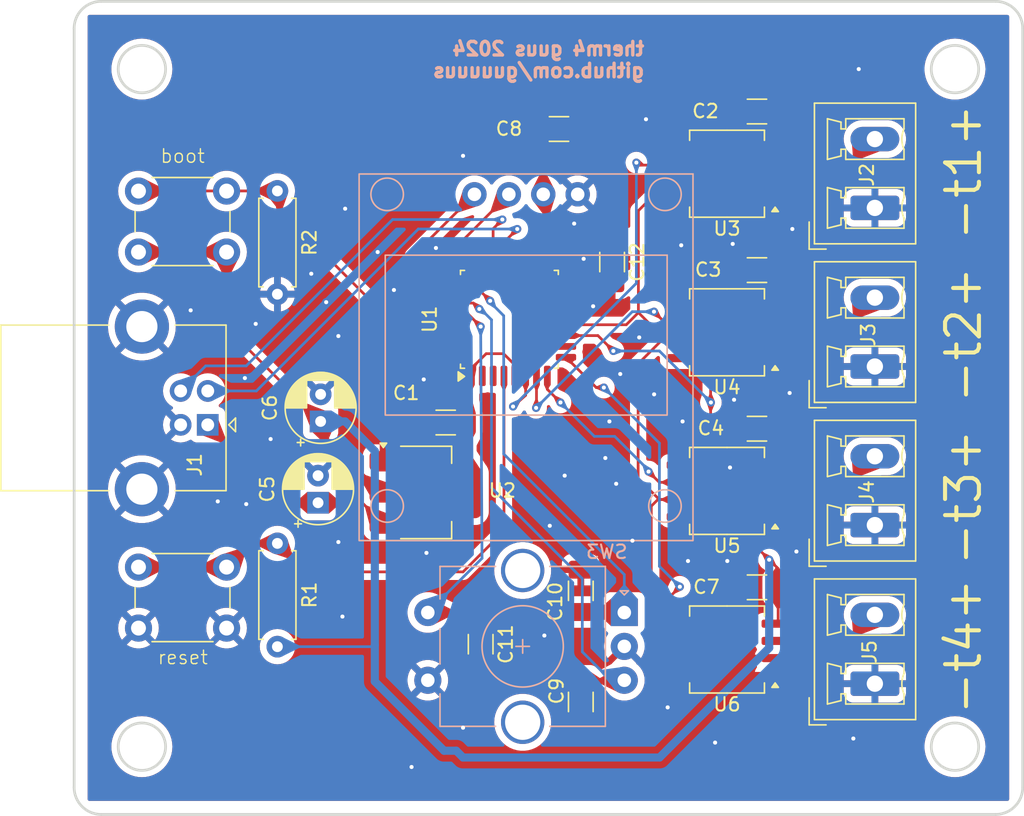
<source format=kicad_pcb>
(kicad_pcb (version 20221018) (generator pcbnew)
  (layers (0 "F.Cu" signal) (31 "B.Cu" signal) (34 "B.Paste" user) (35 "F.Paste" user) (36 "B.SilkS" user "B.Silkscreen") (37 "F.SilkS" user "F.Silkscreen") (38 "B.Mask" user) (39 "F.Mask" user) (44 "Edge.Cuts" user))
  (net 0 "")
  (net 1 "+3.3V")
  (net 2 "GND")
  (net 3 "+5V")
  (net 4 "usbm")
  (net 5 "usbp")
  (net 6 "Net-(J2-Pin_2)")
  (net 7 "Net-(J3-Pin_2)")
  (net 8 "Net-(J4-Pin_2)")
  (net 9 "Net-(J5-Pin_2)")
  (net 10 "rst")
  (net 11 "boot")
  (net 14 "cs1")
  (net 15 "cs2")
  (net 16 "cs3")
  (net 17 "cs4")
  (net 19 "sck")
  (net 20 "miso")
  (net 30 "scl")
  (net 31 "sda")
  (net 36 "rotA")
  (net 37 "rotb")
  (net 38 "rotsw")
  (footprint "Capacitor_SMD:C_1206_3216Metric_Pad1.33x1.80mm_HandSolder" (layer "F.Cu") (at 145.39 48.13 180)
    (fp_text reference "C2" (at 3.8 0.03) (layer "F.SilkS"))
    (fp_text value "C")
    (pad "1" smd roundrect (at -1.5625 0 180) (size 1.325 1.8) (layers "F.Cu" "F.Paste" "F.Mask") (roundrect_rratio 0.1886792453) (net 1 "+3.3V"))
    (pad "2" smd roundrect (at 1.5625 0 180) (size 1.325 1.8) (layers "F.Cu" "F.Paste" "F.Mask") (roundrect_rratio 0.1886792453) (net 2 "GND"))
  )
  (footprint "Package_SO:SO-8_5.3x6.2mm_P1.27mm" (layer "F.Cu") (at 143.18 87.83 180)
    (fp_text reference "U6" (at 0 -4.05) (layer "F.SilkS"))
    (fp_text value "~")
    (pad "1" smd roundrect (at -3.5 -1.905 180) (size 1.9 0.6) (layers "F.Cu" "F.Paste" "F.Mask") (net 2 "GND"))
    (pad "2" smd roundrect (at -3.5 -0.635 180) (size 1.9 0.6) (layers "F.Cu" "F.Paste" "F.Mask") (net 2 "GND"))
    (pad "3" smd roundrect (at -3.5 0.635 180) (size 1.9 0.6) (layers "F.Cu" "F.Paste" "F.Mask") (net 9 "Net-(J5-Pin_2)"))
    (pad "4" smd roundrect (at -3.5 1.905 180) (size 1.9 0.6) (layers "F.Cu" "F.Paste" "F.Mask") (net 1 "+3.3V"))
    (pad "5" smd roundrect (at 3.5 1.905 180) (size 1.9 0.6) (layers "F.Cu" "F.Paste" "F.Mask") (net 19 "sck"))
    (pad "6" smd roundrect (at 3.5 0.635 180) (size 1.9 0.6) (layers "F.Cu" "F.Paste" "F.Mask") (net 17 "cs4"))
    (pad "7" smd roundrect (at 3.5 -0.635 180) (size 1.9 0.6) (layers "F.Cu" "F.Paste" "F.Mask") (net 20 "miso"))
    (pad "8" smd roundrect (at 3.5 -1.905 180) (size 1.9 0.6) (layers "F.Cu" "F.Paste" "F.Mask"))
  )
  (footprint "Capacitor_SMD:C_1206_3216Metric_Pad1.33x1.80mm_HandSolder" (layer "F.Cu") (at 132.39 83.5 90)
    (fp_text reference "C10" (at -0.8 -1.89 90) (layer "F.SilkS"))
    (fp_text value "C")
    (pad "1" smd roundrect (at -1.5625 0 90) (size 1.325 1.8) (layers "F.Cu" "F.Paste" "F.Mask") (roundrect_rratio 0.1886792453) (net 36 "rotA"))
    (pad "2" smd roundrect (at 1.5625 0 90) (size 1.325 1.8) (layers "F.Cu" "F.Paste" "F.Mask") (roundrect_rratio 0.1886792453) (net 2 "GND"))
  )
  (footprint "custom_oud:usb_b_lumberg_ali" (layer "F.Cu") (at 104.85 71.25 180)
    (fp_text reference "J1" (at 0.95 -2.95 90 unlocked) (layer "F.SilkS"))
    (fp_text value "USB_B")
    (pad "1" thru_hole rect (at -0.01 0 270) (size 1.6 1.6) (drill 0.95) (layers "*.Cu" "*.Mask") (net 3 "+5V"))
    (pad "2" thru_hole circle (at -0.01 2.5 270) (size 1.6 1.6) (drill 0.95) (layers "*.Cu" "*.Mask") (net 4 "usbm"))
    (pad "3" thru_hole circle (at 1.99 2.5 270) (size 1.6 1.6) (drill 0.95) (layers "*.Cu" "*.Mask") (net 5 "usbp"))
    (pad "4" thru_hole circle (at 1.99 0 270) (size 1.6 1.6) (drill 0.95) (layers "*.Cu" "*.Mask") (net 2 "GND"))
    (pad "5" thru_hole circle (at 4.85 -4.75 270) (size 4 4) (drill 2.3) (layers "*.Cu" "*.Mask") (net 2 "GND"))
    (pad "5" thru_hole circle (at 4.85 7.25 270) (size 4 4) (drill 2.3) (layers "*.Cu" "*.Mask") (net 2 "GND"))
  )
  (footprint "Package_SO:SO-8_5.3x6.2mm_P1.27mm" (layer "F.Cu") (at 143.18 64.423333 180)
    (fp_text reference "U4" (at 0 -4.05) (layer "F.SilkS"))
    (fp_text value "~")
    (pad "1" smd roundrect (at -3.5 -1.905 180) (size 1.9 0.6) (layers "F.Cu" "F.Paste" "F.Mask") (net 2 "GND"))
    (pad "2" smd roundrect (at -3.5 -0.635 180) (size 1.9 0.6) (layers "F.Cu" "F.Paste" "F.Mask") (net 2 "GND"))
    (pad "3" smd roundrect (at -3.5 0.635 180) (size 1.9 0.6) (layers "F.Cu" "F.Paste" "F.Mask") (net 7 "Net-(J3-Pin_2)"))
    (pad "4" smd roundrect (at -3.5 1.905 180) (size 1.9 0.6) (layers "F.Cu" "F.Paste" "F.Mask") (net 1 "+3.3V"))
    (pad "5" smd roundrect (at 3.5 1.905 180) (size 1.9 0.6) (layers "F.Cu" "F.Paste" "F.Mask") (net 19 "sck"))
    (pad "6" smd roundrect (at 3.5 0.635 180) (size 1.9 0.6) (layers "F.Cu" "F.Paste" "F.Mask") (net 15 "cs2"))
    (pad "7" smd roundrect (at 3.5 -0.635 180) (size 1.9 0.6) (layers "F.Cu" "F.Paste" "F.Mask") (net 20 "miso"))
    (pad "8" smd roundrect (at 3.5 -1.905 180) (size 1.9 0.6) (layers "F.Cu" "F.Paste" "F.Mask"))
  )
  (footprint "Capacitor_THT:CP_Radial_D5.0mm_P2.00mm" (layer "F.Cu") (at 113 77 90)
    (fp_text reference "C5" (at 1 -3.75 90) (layer "F.SilkS"))
    (fp_text value "C_Polarized")
    (pad "1" thru_hole rect (at 0 0 90) (size 1.6 1.6) (drill 0.8) (layers "*.Cu" "*.Mask") (net 3 "+5V"))
    (pad "2" thru_hole circle (at 2 0 90) (size 1.6 1.6) (drill 0.8) (layers "*.Cu" "*.Mask") (net 2 "GND"))
  )
  (footprint "Connector_Phoenix_MC_HighVoltage:PhoenixContact_MCV_1,5_2-G-5.08_1x02_P5.08mm_Vertical" (layer "F.Cu") (at 154.09 90.3525 90)
    (fp_text reference "J5" (at 2.3525 -0.39 90) (layer "F.SilkS"))
    (fp_text value "Conn_01x02_Pin")
    (pad "1" thru_hole roundrect (at 0 0 90) (size 1.8 3.6) (drill 1.2) (layers "*.Cu" "*.Mask") (roundrect_rratio 0.1388888889) (net 2 "GND"))
    (pad "2" thru_hole oval (at 5.08 0 90) (size 1.8 3.6) (drill 1.2) (layers "*.Cu" "*.Mask") (net 9 "Net-(J5-Pin_2)"))
  )
  (footprint "Button_Switch_THT:SW_PUSH_6mm" (layer "F.Cu") (at 99.75 81.75)
    (fp_text reference "SW1")
    (fp_text value "SW_Push")
    (pad "1" thru_hole circle (at 0 0 90) (size 2 2) (drill 1.1) (layers "*.Cu" "*.Mask") (net 10 "rst"))
    (pad "1" thru_hole circle (at 6.5 0 90) (size 2 2) (drill 1.1) (layers "*.Cu" "*.Mask") (net 10 "rst"))
    (pad "2" thru_hole circle (at 0 4.5 90) (size 2 2) (drill 1.1) (layers "*.Cu" "*.Mask") (net 2 "GND"))
    (pad "2" thru_hole circle (at 6.5 4.5 90) (size 2 2) (drill 1.1) (layers "*.Cu" "*.Mask") (net 2 "GND"))
  )
  (footprint "Capacitor_SMD:C_1206_3216Metric_Pad1.33x1.80mm_HandSolder" (layer "F.Cu") (at 134.7 59.2375 -90)
    (fp_text reference "C12" (at 0 -1.85 90) (layer "F.SilkS"))
    (fp_text value "C")
    (pad "1" smd roundrect (at -1.5625 0 270) (size 1.325 1.8) (layers "F.Cu" "F.Paste" "F.Mask") (roundrect_rratio 0.1886792453) (net 1 "+3.3V"))
    (pad "2" smd roundrect (at 1.5625 0 270) (size 1.325 1.8) (layers "F.Cu" "F.Paste" "F.Mask") (roundrect_rratio 0.1886792453) (net 2 "GND"))
  )
  (footprint "Capacitor_SMD:C_1206_3216Metric_Pad1.33x1.80mm_HandSolder" (layer "F.Cu") (at 145.39 71.536666 180)
    (fp_text reference "C4" (at 3.4 0.036666) (layer "F.SilkS"))
    (fp_text value "C")
    (pad "1" smd roundrect (at -1.5625 0 180) (size 1.325 1.8) (layers "F.Cu" "F.Paste" "F.Mask") (roundrect_rratio 0.1886792453) (net 1 "+3.3V"))
    (pad "2" smd roundrect (at 1.5625 0 180) (size 1.325 1.8) (layers "F.Cu" "F.Paste" "F.Mask") (roundrect_rratio 0.1886792453) (net 2 "GND"))
  )
  (footprint "Capacitor_SMD:C_1206_3216Metric_Pad1.33x1.80mm_HandSolder" (layer "F.Cu") (at 145.39 59.833333 180)
    (fp_text reference "C3" (at 3.6 0.033333) (layer "F.SilkS"))
    (fp_text value "C")
    (pad "1" smd roundrect (at -1.5625 0 180) (size 1.325 1.8) (layers "F.Cu" "F.Paste" "F.Mask") (roundrect_rratio 0.1886792453) (net 1 "+3.3V"))
    (pad "2" smd roundrect (at 1.5625 0 180) (size 1.325 1.8) (layers "F.Cu" "F.Paste" "F.Mask") (roundrect_rratio 0.1886792453) (net 2 "GND"))
  )
  (footprint "Capacitor_THT:CP_Radial_D5.0mm_P2.00mm" (layer "F.Cu") (at 113.19 71 90)
    (fp_text reference "C6" (at 1 -3.75 90) (layer "F.SilkS"))
    (fp_text value "C_Polarized")
    (pad "1" thru_hole rect (at 0 0 90) (size 1.6 1.6) (drill 0.8) (layers "*.Cu" "*.Mask") (net 1 "+3.3V"))
    (pad "2" thru_hole circle (at 2 0 90) (size 1.6 1.6) (drill 0.8) (layers "*.Cu" "*.Mask") (net 2 "GND"))
  )
  (footprint "Resistor_THT:R_Axial_DIN0207_L6.3mm_D2.5mm_P7.62mm_Horizontal" (layer "F.Cu") (at 110 80 -90)
    (fp_text reference "R1" (at 3.81 -2.37 90) (layer "F.SilkS"))
    (fp_text value "R")
    (pad "1" thru_hole circle (at 0 0 270) (size 1.6 1.6) (drill 0.8) (layers "*.Cu" "*.Mask") (net 10 "rst"))
    (pad "2" thru_hole oval (at 7.62 0 270) (size 1.6 1.6) (drill 0.8) (layers "*.Cu" "*.Mask") (net 1 "+3.3V"))
  )
  (footprint "Capacitor_SMD:C_1206_3216Metric_Pad1.33x1.80mm_HandSolder" (layer "F.Cu") (at 145.39 83.24 180)
    (fp_text reference "C7" (at 3.73 0.03) (layer "F.SilkS"))
    (fp_text value "C")
    (pad "1" smd roundrect (at -1.5625 0 180) (size 1.325 1.8) (layers "F.Cu" "F.Paste" "F.Mask") (roundrect_rratio 0.1886792453) (net 1 "+3.3V"))
    (pad "2" smd roundrect (at 1.5625 0 180) (size 1.325 1.8) (layers "F.Cu" "F.Paste" "F.Mask") (roundrect_rratio 0.1886792453) (net 2 "GND"))
  )
  (footprint "Capacitor_SMD:C_1206_3216Metric_Pad1.33x1.80mm_HandSolder" (layer "F.Cu") (at 130.78 49.42)
    (fp_text reference "C8" (at -3.69 -0.02) (layer "F.SilkS"))
    (fp_text value "C")
    (pad "1" smd roundrect (at -1.5625 0) (size 1.325 1.8) (layers "F.Cu" "F.Paste" "F.Mask") (roundrect_rratio 0.1886792453) (net 1 "+3.3V"))
    (pad "2" smd roundrect (at 1.5625 0) (size 1.325 1.8) (layers "F.Cu" "F.Paste" "F.Mask") (roundrect_rratio 0.1886792453) (net 2 "GND"))
  )
  (footprint "Package_QFP:LQFP-32_7x7mm_P0.8mm" (layer "F.Cu") (at 127.12 63.465 90)
    (fp_text reference "U1" (at 0 -5.88 90) (layer "F.SilkS"))
    (fp_text value "~")
    (pad "1" smd roundrect (at -4.175 -2.8 90) (size 1.5 0.5) (layers "F.Cu" "F.Paste" "F.Mask") (net 1 "+3.3V"))
    (pad "2" smd roundrect (at -4.175 -2 90) (size 1.5 0.5) (layers "F.Cu" "F.Paste" "F.Mask"))
    (pad "3" smd roundrect (at -4.175 -1.2 90) (size 1.5 0.5) (layers "F.Cu" "F.Paste" "F.Mask"))
    (pad "4" smd roundrect (at -4.175 -0.4 90) (size 1.5 0.5) (layers "F.Cu" "F.Paste" "F.Mask") (net 10 "rst"))
    (pad "5" smd roundrect (at -4.175 0.4 90) (size 1.5 0.5) (layers "F.Cu" "F.Paste" "F.Mask") (net 1 "+3.3V"))
    (pad "6" smd roundrect (at -4.175 1.2 90) (size 1.5 0.5) (layers "F.Cu" "F.Paste" "F.Mask") (net 14 "cs1"))
    (pad "7" smd roundrect (at -4.175 2 90) (size 1.5 0.5) (layers "F.Cu" "F.Paste" "F.Mask") (net 15 "cs2"))
    (pad "8" smd roundrect (at -4.175 2.8 90) (size 1.5 0.5) (layers "F.Cu" "F.Paste" "F.Mask") (net 16 "cs3"))
    (pad "9" smd roundrect (at -2.8 4.175 90) (size 0.5 1.5) (layers "F.Cu" "F.Paste" "F.Mask") (net 17 "cs4"))
    (pad "10" smd roundrect (at -2 4.175 90) (size 0.5 1.5) (layers "F.Cu" "F.Paste" "F.Mask"))
    (pad "11" smd roundrect (at -1.2 4.175 90) (size 0.5 1.5) (layers "F.Cu" "F.Paste" "F.Mask") (net 19 "sck"))
    (pad "12" smd roundrect (at -0.4 4.175 90) (size 0.5 1.5) (layers "F.Cu" "F.Paste" "F.Mask") (net 20 "miso"))
    (pad "13" smd roundrect (at 0.4 4.175 90) (size 0.5 1.5) (layers "F.Cu" "F.Paste" "F.Mask"))
    (pad "14" smd roundrect (at 1.2 4.175 90) (size 0.5 1.5) (layers "F.Cu" "F.Paste" "F.Mask"))
    (pad "15" smd roundrect (at 2 4.175 90) (size 0.5 1.5) (layers "F.Cu" "F.Paste" "F.Mask"))
    (pad "16" smd roundrect (at 2.8 4.175 90) (size 0.5 1.5) (layers "F.Cu" "F.Paste" "F.Mask") (net 2 "GND"))
    (pad "17" smd roundrect (at 4.175 2.8 90) (size 1.5 0.5) (layers "F.Cu" "F.Paste" "F.Mask") (net 1 "+3.3V"))
    (pad "18" smd roundrect (at 4.175 2 90) (size 1.5 0.5) (layers "F.Cu" "F.Paste" "F.Mask"))
    (pad "19" smd roundrect (at 4.175 1.2 90) (size 1.5 0.5) (layers "F.Cu" "F.Paste" "F.Mask"))
    (pad "20" smd roundrect (at 4.175 0.4 90) (size 1.5 0.5) (layers "F.Cu" "F.Paste" "F.Mask"))
    (pad "21" smd roundrect (at 4.175 -0.4 90) (size 1.5 0.5) (layers "F.Cu" "F.Paste" "F.Mask") (net 4 "usbm"))
    (pad "22" smd roundrect (at 4.175 -1.2 90) (size 1.5 0.5) (layers "F.Cu" "F.Paste" "F.Mask") (net 5 "usbp"))
    (pad "23" smd roundrect (at 4.175 -2 90) (size 1.5 0.5) (layers "F.Cu" "F.Paste" "F.Mask"))
    (pad "24" smd roundrect (at 4.175 -2.8 90) (size 1.5 0.5) (layers "F.Cu" "F.Paste" "F.Mask"))
    (pad "25" smd roundrect (at 2.8 -4.175 90) (size 0.5 1.5) (layers "F.Cu" "F.Paste" "F.Mask"))
    (pad "26" smd roundrect (at 2 -4.175 90) (size 0.5 1.5) (layers "F.Cu" "F.Paste" "F.Mask") (net 36 "rotA"))
    (pad "27" smd roundrect (at 1.2 -4.175 90) (size 0.5 1.5) (layers "F.Cu" "F.Paste" "F.Mask") (net 37 "rotb"))
    (pad "28" smd roundrect (at 0.4 -4.175 90) (size 0.5 1.5) (layers "F.Cu" "F.Paste" "F.Mask") (net 38 "rotsw"))
    (pad "29" smd roundrect (at -0.4 -4.175 90) (size 0.5 1.5) (layers "F.Cu" "F.Paste" "F.Mask") (net 30 "scl"))
    (pad "30" smd roundrect (at -1.2 -4.175 90) (size 0.5 1.5) (layers "F.Cu" "F.Paste" "F.Mask") (net 31 "sda"))
    (pad "31" smd roundrect (at -2 -4.175 90) (size 0.5 1.5) (layers "F.Cu" "F.Paste" "F.Mask") (net 11 "boot"))
    (pad "32" smd roundrect (at -2.8 -4.175 90) (size 0.5 1.5) (layers "F.Cu" "F.Paste" "F.Mask") (net 2 "GND"))
  )
  (footprint "Package_TO_SOT_SMD:SOT-223-3_TabPin2" (layer "F.Cu") (at 120.95 76.24)
    (fp_text reference "U2" (at 5.65 -0.14) (layer "F.SilkS"))
    (fp_text value "AMS1117-3.3")
    (pad "1" smd roundrect (at -3.15 -2.3) (size 2 1.5) (layers "F.Cu" "F.Paste" "F.Mask") (net 2 "GND"))
    (pad "2" smd roundrect (at -3.15 0) (size 2 1.5) (layers "F.Cu" "F.Paste" "F.Mask") (net 1 "+3.3V"))
    (pad "2" smd roundrect (at 3.15 0) (size 2 3.8) (layers "F.Cu" "F.Paste" "F.Mask") (net 1 "+3.3V"))
    (pad "3" smd roundrect (at -3.15 2.3) (size 2 1.5) (layers "F.Cu" "F.Paste" "F.Mask") (net 3 "+5V"))
  )
  (footprint "Connector_Phoenix_MC_HighVoltage:PhoenixContact_MCV_1,5_2-G-5.08_1x02_P5.08mm_Vertical" (layer "F.Cu") (at 154.09 66.945833 90)
    (fp_text reference "J3" (at 2.345833 -0.49 90) (layer "F.SilkS"))
    (fp_text value "Conn_01x02_Pin")
    (pad "1" thru_hole roundrect (at 0 0 90) (size 1.8 3.6) (drill 1.2) (layers "*.Cu" "*.Mask") (roundrect_rratio 0.1388888889) (net 2 "GND"))
    (pad "2" thru_hole oval (at 5.08 0 90) (size 1.8 3.6) (drill 1.2) (layers "*.Cu" "*.Mask") (net 7 "Net-(J3-Pin_2)"))
  )
  (footprint "Package_SO:SO-8_5.3x6.2mm_P1.27mm" (layer "F.Cu") (at 143.18 52.72 180)
    (fp_text reference "U3" (at 0 -4.05) (layer "F.SilkS"))
    (fp_text value "~")
    (pad "1" smd roundrect (at -3.5 -1.905 180) (size 1.9 0.6) (layers "F.Cu" "F.Paste" "F.Mask") (net 2 "GND"))
    (pad "2" smd roundrect (at -3.5 -0.635 180) (size 1.9 0.6) (layers "F.Cu" "F.Paste" "F.Mask") (net 2 "GND"))
    (pad "3" smd roundrect (at -3.5 0.635 180) (size 1.9 0.6) (layers "F.Cu" "F.Paste" "F.Mask") (net 6 "Net-(J2-Pin_2)"))
    (pad "4" smd roundrect (at -3.5 1.905 180) (size 1.9 0.6) (layers "F.Cu" "F.Paste" "F.Mask") (net 1 "+3.3V"))
    (pad "5" smd roundrect (at 3.5 1.905 180) (size 1.9 0.6) (layers "F.Cu" "F.Paste" "F.Mask") (net 19 "sck"))
    (pad "6" smd roundrect (at 3.5 0.635 180) (size 1.9 0.6) (layers "F.Cu" "F.Paste" "F.Mask") (net 14 "cs1"))
    (pad "7" smd roundrect (at 3.5 -0.635 180) (size 1.9 0.6) (layers "F.Cu" "F.Paste" "F.Mask") (net 20 "miso"))
    (pad "8" smd roundrect (at 3.5 -1.905 180) (size 1.9 0.6) (layers "F.Cu" "F.Paste" "F.Mask"))
  )
  (footprint "Capacitor_SMD:C_1206_3216Metric_Pad1.33x1.80mm_HandSolder" (layer "F.Cu") (at 125 87.4375 -90)
    (fp_text reference "C11" (at 0 -1.85 90) (layer "F.SilkS"))
    (fp_text value "C")
    (pad "1" smd roundrect (at -1.5625 0 270) (size 1.325 1.8) (layers "F.Cu" "F.Paste" "F.Mask") (roundrect_rratio 0.1886792453) (net 38 "rotsw"))
    (pad "2" smd roundrect (at 1.5625 0 270) (size 1.325 1.8) (layers "F.Cu" "F.Paste" "F.Mask") (roundrect_rratio 0.1886792453) (net 2 "GND"))
  )
  (footprint "Button_Switch_THT:SW_PUSH_6mm" (layer "F.Cu") (at 99.75 54)
    (fp_text reference "SW2")
    (fp_text value "SW_Push")
    (pad "1" thru_hole circle (at 0 0 90) (size 2 2) (drill 1.1) (layers "*.Cu" "*.Mask") (net 11 "boot"))
    (pad "1" thru_hole circle (at 6.5 0 90) (size 2 2) (drill 1.1) (layers "*.Cu" "*.Mask") (net 11 "boot"))
    (pad "2" thru_hole circle (at 0 4.5 90) (size 2 2) (drill 1.1) (layers "*.Cu" "*.Mask") (net 1 "+3.3V"))
    (pad "2" thru_hole circle (at 6.5 4.5 90) (size 2 2) (drill 1.1) (layers "*.Cu" "*.Mask") (net 1 "+3.3V"))
  )
  (footprint "Capacitor_SMD:C_1206_3216Metric_Pad1.33x1.80mm_HandSolder" (layer "F.Cu") (at 122.42 71.08 180)
    (fp_text reference "C1" (at 2.92 2.18) (layer "F.SilkS"))
    (fp_text value "C")
    (pad "1" smd roundrect (at -1.5625 0 180) (size 1.325 1.8) (layers "F.Cu" "F.Paste" "F.Mask") (roundrect_rratio 0.1886792453) (net 1 "+3.3V"))
    (pad "2" smd roundrect (at 1.5625 0 180) (size 1.325 1.8) (layers "F.Cu" "F.Paste" "F.Mask") (roundrect_rratio 0.1886792453) (net 2 "GND"))
  )
  (footprint "Connector_Phoenix_MC_HighVoltage:PhoenixContact_MCV_1,5_2-G-5.08_1x02_P5.08mm_Vertical" (layer "F.Cu") (at 154.09 55.2425 90)
    (fp_text reference "J2" (at 2.4425 -0.59 90) (layer "F.SilkS"))
    (fp_text value "Conn_01x02_Pin")
    (pad "1" thru_hole roundrect (at 0 0 90) (size 1.8 3.6) (drill 1.2) (layers "*.Cu" "*.Mask") (roundrect_rratio 0.1388888889) (net 2 "GND"))
    (pad "2" thru_hole oval (at 5.08 0 90) (size 1.8 3.6) (drill 1.2) (layers "*.Cu" "*.Mask") (net 6 "Net-(J2-Pin_2)"))
  )
  (footprint "Resistor_THT:R_Axial_DIN0207_L6.3mm_D2.5mm_P7.62mm_Horizontal" (layer "F.Cu") (at 110 53.99 -90)
    (fp_text reference "R2" (at 3.81 -2.37 90) (layer "F.SilkS"))
    (fp_text value "R")
    (pad "1" thru_hole circle (at 0 0 270) (size 1.6 1.6) (drill 0.8) (layers "*.Cu" "*.Mask") (net 11 "boot"))
    (pad "2" thru_hole oval (at 7.62 0 270) (size 1.6 1.6) (drill 0.8) (layers "*.Cu" "*.Mask") (net 2 "GND"))
  )
  (footprint "Capacitor_SMD:C_1206_3216Metric_Pad1.33x1.80mm_HandSolder" (layer "F.Cu") (at 132.39 91.7 -90)
    (fp_text reference "C9" (at -0.8 1.79 90) (layer "F.SilkS"))
    (fp_text value "C")
    (pad "1" smd roundrect (at -1.5625 0 270) (size 1.325 1.8) (layers "F.Cu" "F.Paste" "F.Mask") (roundrect_rratio 0.1886792453) (net 37 "rotb"))
    (pad "2" smd roundrect (at 1.5625 0 270) (size 1.325 1.8) (layers "F.Cu" "F.Paste" "F.Mask") (roundrect_rratio 0.1886792453) (net 2 "GND"))
  )
  (footprint "Package_SO:SO-8_5.3x6.2mm_P1.27mm" (layer "F.Cu") (at 143.18 76.126666 180)
    (fp_text reference "U5" (at 0 -4.05) (layer "F.SilkS"))
    (fp_text value "~")
    (pad "1" smd roundrect (at -3.5 -1.905 180) (size 1.9 0.6) (layers "F.Cu" "F.Paste" "F.Mask") (net 2 "GND"))
    (pad "2" smd roundrect (at -3.5 -0.635 180) (size 1.9 0.6) (layers "F.Cu" "F.Paste" "F.Mask") (net 2 "GND"))
    (pad "3" smd roundrect (at -3.5 0.635 180) (size 1.9 0.6) (layers "F.Cu" "F.Paste" "F.Mask") (net 8 "Net-(J4-Pin_2)"))
    (pad "4" smd roundrect (at -3.5 1.905 180) (size 1.9 0.6) (layers "F.Cu" "F.Paste" "F.Mask") (net 1 "+3.3V"))
    (pad "5" smd roundrect (at 3.5 1.905 180) (size 1.9 0.6) (layers "F.Cu" "F.Paste" "F.Mask") (net 19 "sck"))
    (pad "6" smd roundrect (at 3.5 0.635 180) (size 1.9 0.6) (layers "F.Cu" "F.Paste" "F.Mask") (net 16 "cs3"))
    (pad "7" smd roundrect (at 3.5 -0.635 180) (size 1.9 0.6) (layers "F.Cu" "F.Paste" "F.Mask") (net 20 "miso"))
    (pad "8" smd roundrect (at 3.5 -1.905 180) (size 1.9 0.6) (layers "F.Cu" "F.Paste" "F.Mask"))
  )
  (footprint "Connector_Phoenix_MC_HighVoltage:PhoenixContact_MCV_1,5_2-G-5.08_1x02_P5.08mm_Vertical" (layer "F.Cu") (at 154.09 78.649166 90)
    (fp_text reference "J4" (at 2.449166 -0.59 90) (layer "F.SilkS"))
    (fp_text value "Conn_01x02_Pin")
    (pad "1" thru_hole roundrect (at 0 0 90) (size 1.8 3.6) (drill 1.2) (layers "*.Cu" "*.Mask") (roundrect_rratio 0.1388888889) (net 2 "GND"))
    (pad "2" thru_hole oval (at 5.08 0 90) (size 1.8 3.6) (drill 1.2) (layers "*.Cu" "*.Mask") (net 8 "Net-(J4-Pin_2)"))
  )
  (footprint "custom_oud:RotaryEncoder_Alps_EC11E-Switch_Vertical_H20mm_CircularMountingHoles" (layer "B.Cu") (at 135.6 85.1 180)
    (fp_text reference "SW3" (at 1.293 4.476) (layer "B.SilkS") (effects (justify mirror)))
    (fp_text value "RotaryEncoder_Switch")
    (pad "A" thru_hole rect (at 0 0 180) (size 2 2) (drill 1) (layers "*.Cu" "*.Mask") (net 36 "rotA"))
    (pad "B" thru_hole circle (at 0 -5 180) (size 2 2) (drill 1) (layers "*.Cu" "*.Mask") (net 37 "rotb"))
    (pad "C" thru_hole circle (at 0 -2.5 180) (size 2 2) (drill 1) (layers "*.Cu" "*.Mask") (net 2 "GND"))
    (pad "MP" thru_hole circle (at 7.5 -8.1 180) (size 3.2 3.2) (drill 2.6) (layers "*.Cu" "*.Mask"))
    (pad "MP" thru_hole circle (at 7.5 3.1 180) (size 3.2 3.2) (drill 2.6) (layers "*.Cu" "*.Mask"))
    (pad "S1" thru_hole circle (at 14.5 -5 180) (size 2 2) (drill 1) (layers "*.Cu" "*.Mask") (net 2 "GND"))
    (pad "S2" thru_hole circle (at 14.5 0 180) (size 2 2) (drill 1) (layers "*.Cu" "*.Mask") (net 38 "rotsw"))
  )
  (footprint "custom_oud:0_96_oled" (layer "B.Cu") (at 128.35 54.24 180)
    (fp_text reference "U7" hide)
    (fp_text value "~")
    (pad "1" thru_hole circle (at -3.81 0 180) (size 1.8 1.8) (drill 1) (layers "*.Cu" "*.Mask") (net 2 "GND"))
    (pad "2" thru_hole circle (at -1.27 0 180) (size 1.8 1.8) (drill 1) (layers "*.Cu" "*.Mask") (net 1 "+3.3V"))
    (pad "3" thru_hole circle (at 1.27 0 180) (size 1.8 1.8) (drill 1) (layers "*.Cu" "*.Mask") (net 30 "scl"))
    (pad "4" thru_hole circle (at 3.81 0 180) (size 1.8 1.8) (drill 1) (layers "*.Cu" "*.Mask") (net 31 "sda"))
  )
  (gr_circle (center 100 45) (end 101.75 45) (stroke (width 0.2)) (fill none) (layer "Edge.Cuts"))
  (gr_circle (center 100 95) (end 101.75 95) (stroke (width 0.2)) (fill none) (layer "Edge.Cuts"))
  (gr_line (start 165 42) (end 165 98) (stroke (width 0.2)) (layer "Edge.Cuts"))
  (gr_arc (start 95 42) (mid 95.585786 40.585786) (end 97 40) (stroke (width 0.2)) (layer "Edge.Cuts"))
  (gr_arc (start 97 100) (mid 95.585786 99.414214) (end 95 98) (stroke (width 0.2)) (layer "Edge.Cuts"))
  (gr_arc (start 165 98) (mid 164.414214 99.414214) (end 163 100) (stroke (width 0.2)) (layer "Edge.Cuts"))
  (gr_circle (center 160 95) (end 161.75 95) (stroke (width 0.2)) (fill none) (layer "Edge.Cuts"))
  (gr_circle (center 160 45) (end 161.75 45) (stroke (width 0.2)) (fill none) (layer "Edge.Cuts"))
  (gr_line (start 97 40) (end 163 40) (stroke (width 0.2)) (layer "Edge.Cuts"))
  (gr_line (start 163 100) (end 97 100) (stroke (width 0.2)) (layer "Edge.Cuts"))
  (gr_arc (start 163 40) (mid 164.414214 40.585786) (end 165 42) (stroke (width 0.2)) (layer "Edge.Cuts"))
  (gr_line (start 95 98) (end 95 42) (stroke (width 0.2)) (layer "Edge.Cuts"))
  (gr_text "therm4 guus 2024\ngithub.com/guuuuus" (at 137.2 45.7) (layer "B.SilkS") (effects (font (size 1 1) (thickness 0.25) bold) (justify left bottom mirror)))
  (gr_text "-t4+" (at 162.09 92.8 90) (layer "F.SilkS") (effects (font (size 2.5 2.5) (thickness 0.3) bold) (justify left bottom)))
  (gr_text "reset" (at 101.1 89) (layer "F.SilkS") (effects (font (size 1 1) (thickness 0.1)) (justify left bottom)))
  (gr_text "-t2+" (at 162.09 69.8 90) (layer "F.SilkS") (effects (font (size 2.5 2.5) (thickness 0.3) bold) (justify left bottom)))
  (gr_text "boot" (at 101.3 52) (layer "F.SilkS") (effects (font (size 1 1) (thickness 0.1)) (justify left bottom)))
  (gr_text "-t1+" (at 162.09 57.8 90) (layer "F.SilkS") (effects (font (size 2.5 2.5) (thickness 0.3) bold) (justify left bottom)))
  (gr_text "-t3+" (at 162.09 81.8 90) (layer "F.SilkS") (effects (font (size 2.5 2.5) (thickness 0.3) bold) (justify left bottom)))
  (segment (start 144.49 52.055001) (end 145.730001 50.815) (width 0.2) (layer "F.Cu") (net 1))
  (segment (start 106.25 58.5) (end 99.75 58.5) (width 0.2) (layer "F.Cu") (net 1))
  (segment (start 124.1 76.24) (end 124.1 71.1975) (width 0.2) (layer "F.Cu") (net 1))
  (segment (start 145.730001 50.815) (end 146.68 50.815) (width 0.2) (layer "F.Cu") (net 1))
  (segment (start 113.19 71.99) (end 117.44 76.24) (width 0.5) (layer "F.Cu") (net 1))
  (segment (start 129.92 54.54) (end 129.92 59.29) (width 0.2) (layer "F.Cu") (net 1))
  (segment (start 146.9525 71.536666) (end 146.9525 70.5625) (width 0.2) (layer "F.Cu") (net 1))
  (segment (start 144.19 75.761667) (end 145.730001 74.221666) (width 0.2) (layer "F.Cu") (net 1))
  (segment (start 146.9525 59.833333) (end 146.9525 58.8625) (width 0.2) (layer "F.Cu") (net 1))
  (segment (start 117.8 76.24) (end 124.1 76.24) (width 1) (layer "F.Cu") (net 1))
  (segment (start 113.19 71) (end 113.19 71.99) (width 0.2) (layer "F.Cu") (net 1))
  (segment (start 144.19 67.8) (end 144.19 64.058334) (width 0.2) (layer "F.Cu") (net 1))
  (segment (start 129.62 49.8225) (end 129.2175 49.42) (width 0.2) (layer "F.Cu") (net 1))
  (segment (start 126.69 66) (end 127.52 66.83) (width 0.2) (layer "F.Cu") (net 1))
  (segment (start 124.29 67.67) (end 124.32 67.64) (width 0.2) (layer "F.Cu") (net 1))
  (segment (start 146.9525 73.949166) (end 146.68 74.221666) (width 0.2) (layer "F.Cu") (net 1))
  (segment (start 146.29 81.2) (end 146.9525 81.8625) (width 0.2) (layer "F.Cu") (net 1))
  (segment (start 146.9525 71.536666) (end 146.9525 73.949166) (width 0.2) (layer "F.Cu") (net 1))
  (segment (start 146.9525 83.24) (end 146.9525 85.6525) (width 0.2) (layer "F.Cu") (net 1))
  (segment (start 146.9525 62.245833) (end 146.68 62.518333) (width 0.2) (layer "F.Cu") (net 1))
  (segment (start 113.19 71) (end 106.25 64.06) (width 0.2) (layer "F.Cu") (net 1))
  (segment (start 127.52 66.83) (end 127.52 67.64) (width 0.2) (layer "F.Cu") (net 1))
  (segment (start 146.9525 70.5625) (end 144.19 67.8) (width 0.2) (layer "F.Cu") (net 1))
  (segment (start 131.535 57.675) (end 134.7 57.675) (width 0.2) (layer "F.Cu") (net 1))
  (segment (start 146.29 81.2) (end 144.19 79.1) (width 0.2) (layer "F.Cu") (net 1))
  (segment (start 127.52 67.64) (end 127.52 63.844506) (width 0.2) (layer "F.Cu") (net 1))
  (segment (start 146.9525 81.8625) (end 146.9525 83.24) (width 0.2) (layer "F.Cu") (net 1))
  (segment (start 146.9525 50.5425) (end 146.68 50.815) (width 0.2) (layer "F.Cu") (net 1))
  (segment (start 124.32 67.64) (end 124.32 67.085494) (width 0.2) (layer "F.Cu") (net 1))
  (segment (start 146.9525 85.6525) (end 146.68 85.925) (width 0.2) (layer "F.Cu") (net 1))
  (segment (start 146.9525 59.833333) (end 146.9525 62.245833) (width 0.2) (layer "F.Cu") (net 1))
  (segment (start 145.730001 74.221666) (end 146.68 74.221666) (width 0.2) (layer "F.Cu") (net 1))
  (segment (start 146.9525 48.13) (end 146.9525 50.5425) (width 0.2) (layer "F.Cu") (net 1))
  (segment (start 123.9825 71.08) (end 124.29 70.7725) (width 0.2) (layer "F.Cu") (net 1))
  (segment (start 145.730001 62.518333) (end 146.68 62.518333) (width 0.2) (layer "F.Cu") (net 1))
  (segment (start 127.52 63.844506) (end 129.92 61.444506) (width 0.2) (layer "F.Cu") (net 1))
  (segment (start 117.44 76.24) (end 117.8 76.24) (width 0.2) (layer "F.Cu") (net 1))
  (segment (start 144.19 79.1) (end 144.19 75.761667) (width 0.2) (layer "F.Cu") (net 1))
  (segment (start 144.49 56.4) (end 144.49 52.055001) (width 0.2) (layer "F.Cu") (net 1))
  (segment (start 124.1 71.1975) (end 123.9825 71.08) (width 0.2) (layer "F.Cu") (net 1))
  (segment (start 145.7525 46.93) (end 131.7075 46.93) (width 0.2) (layer "F.Cu") (net 1))
  (segment (start 146.9525 58.8625) (end 144.49 56.4) (width 0.2) (layer "F.Cu") (net 1))
  (segment (start 129.62 54.24) (end 129.62 49.8225) (width 0.2) (layer "F.Cu") (net 1))
  (segment (start 106.25 64.06) (end 106.25 58.5) (width 0.2) (layer "F.Cu") (net 1))
  (segment (start 129.92 61.444506) (end 129.92 59.29) (width 0.2) (layer "F.Cu") (net 1))
  (segment (start 144.19 64.058334) (end 145.730001 62.518333) (width 0.2) (layer "F.Cu") (net 1))
  (segment (start 129.62 54.24) (end 129.92 54.54) (width 0.2) (layer "F.Cu") (net 1))
  (segment (start 131.7075 46.93) (end 129.2175 49.42) (width 0.2) (layer "F.Cu") (net 1))
  (segment (start 125.405494 66) (end 126.69 66) (width 0.2) (layer "F.Cu") (net 1))
  (segment (start 146.9525 48.13) (end 145.7525 46.93) (width 0.2) (layer "F.Cu") (net 1))
  (segment (start 129.92 59.29) (end 131.535 57.675) (width 0.2) (layer "F.Cu") (net 1))
  (segment (start 124.32 67.085494) (end 125.405494 66) (width 0.2) (layer "F.Cu") (net 1))
  (segment (start 124.29 70.7725) (end 124.29 67.67) (width 0.2) (layer "F.Cu") (net 1))
  (via (at 146.29 81.2) (size 0.6) (drill 0.3) (layers "F.Cu" "B.Cu") (net 1))
  (segment (start 122.3 95.3) (end 123.2 95.3) (width 0.6) (layer "B.Cu") (net 1))
  (segment (start 123.2 95.3) (end 123.7 95.8) (width 0.6) (layer "B.Cu") (net 1))
  (segment (start 123.7 95.8) (end 138.2 95.8) (width 0.6) (layer "B.Cu") (net 1))
  (segment (start 146.29 87.71) (end 146.29 81.2) (width 0.6) (layer "B.Cu") (net 1))
  (segment (start 110 87.62) (end 117.07 87.62) (width 0.2) (layer "B.Cu") (net 1))
  (segment (start 138.2 95.8) (end 146.29 87.71) (width 0.6) (layer "B.Cu") (net 1))
  (segment (start 113.19 71) (end 115 71) (width 0.6) (layer "B.Cu") (net 1))
  (segment (start 117.19 87.5) (end 117.19 90.19) (width 0.6) (layer "B.Cu") (net 1))
  (segment (start 117.19 90.19) (end 122.3 95.3) (width 0.6) (layer "B.Cu") (net 1))
  (segment (start 117.07 87.62) (end 117.19 87.5) (width 0.2) (layer "B.Cu") (net 1))
  (segment (start 115 71) (end 117.19 73.19) (width 0.6) (layer "B.Cu") (net 1))
  (segment (start 117.19 73.19) (end 117.19 87.5) (width 0.6) (layer "B.Cu") (net 1))
  (via (at 148.3 80.6) (size 0.6) (drill 0.3) (layers "F.Cu" "B.Cu") (net 2))
  (via (at 131.2 75) (size 0.6) (drill 0.3) (layers "F.Cu" "B.Cu") (net 2))
  (via (at 107.7 77.1) (size 0.6) (drill 0.3) (layers "F.Cu" "B.Cu") (net 2))
  (via (at 107.6 67.8) (size 0.6) (drill 0.3) (layers "F.Cu" "B.Cu") (net 2))
  (via (at 140.3 81.3) (size 0.6) (drill 0.3) (layers "F.Cu" "B.Cu") (net 2))
  (via (at 139.8 58) (size 0.6) (drill 0.3) (layers "F.Cu" "B.Cu") (net 2))
  (via (at 129.7 86.8) (size 0.6) (drill 0.3) (layers "F.Cu" "B.Cu") (net 2))
  (via (at 119.9 96.5) (size 0.6) (drill 0.3) (layers "F.Cu" "B.Cu") (net 2))
  (via (at 148 56.8) (size 0.6) (drill 0.3) (layers "F.Cu" "B.Cu") (net 2))
  (via (at 117.4 58.5) (size 0.6) (drill 0.3) (layers "F.Cu" "B.Cu") (net 2))
  (via (at 147.8 68.9) (size 0.6) (drill 0.3) (layers "F.Cu" "B.Cu") (net 2))
  (via (at 123.7 51.4) (size 0.6) (drill 0.3) (layers "F.Cu" "B.Cu") (net 2))
  (via (at 136.7 64.8) (size 0.6) (drill 0.3) (layers "F.Cu" "B.Cu") (net 2))
  (via (at 131.9 56.4) (size 0.6) (drill 0.3) (layers "F.Cu" "B.Cu") (net 2))
  (via (at 133.3 62.5) (size 0.6) (drill 0.3) (layers "F.Cu" "B.Cu") (net 2))
  (via (at 139.9 71) (size 0.6) (drill 0.3) (layers "F.Cu" "B.Cu") (net 2))
  (via (at 108.4 63.8) (size 0.6) (drill 0.3) (layers "F.Cu" "B.Cu") (net 2))
  (via (at 135.3 67.5) (size 0.6) (drill 0.3) (layers "F.Cu" "B.Cu") (net 2))
  (via (at 114.8 85.4) (size 0.6) (drill 0.3) (layers "F.Cu" "B.Cu") (net 2))
  (via (at 109.5 72.3) (size 0.6) (drill 0.3) (layers "F.Cu" "B.Cu") (net 2))
  (via (at 123.7 93.6) (size 0.6) (drill 0.3) (layers "F.Cu" "B.Cu") (net 2))
  (via (at 121 80.7) (size 0.6) (drill 0.3) (layers "F.Cu" "B.Cu") (net 2))
  (via (at 138.8 92.1) (size 0.6) (drill 0.3) (layers "F.Cu" "B.Cu") (net 2))
  (via (at 105.6 76.9) (size 0.6) (drill 0.3) (layers "F.Cu" "B.Cu") (net 2))
  (via (at 121.7 58.2) (size 0.6) (drill 0.3) (layers "F.Cu" "B.Cu") (net 2))
  (via (at 142.3 94.7) (size 0.6) (drill 0.3) (layers "F.Cu" "B.Cu") (net 2))
  (via (at 113.6 62.2) (size 0.6) (drill 0.3) (layers "F.Cu" "B.Cu") (net 2))
  (via (at 130.1 78.7) (size 0.6) (drill 0.3) (layers "F.Cu" "B.Cu") (net 2))
  (via (at 134.5 71) (size 0.6) (drill 0.3) (layers "F.Cu" "B.Cu") (net 2))
  (via (at 135 75.6) (size 0.6) (drill 0.3) (layers "F.Cu" "B.Cu") (net 2))
  (via (at 152.5 94.4) (size 0.6) (drill 0.3) (layers "F.Cu" "B.Cu") (net 2))
  (via (at 112.5 60.1) (size 0.6) (drill 0.3) (layers "F.Cu" "B.Cu") (net 2))
  (via (at 103.6 62.8) (size 0.6) (drill 0.3) (layers "F.Cu" "B.Cu") (net 2))
  (via (at 136.2 79.8) (size 0.6) (drill 0.3) (layers "F.Cu" "B.Cu") (net 2))
  (via (at 152.9 45) (size 0.6) (drill 0.3) (layers "F.Cu" "B.Cu") (net 2))
  (via (at 143.7 69.4) (size 0.6) (drill 0.3) (layers "F.Cu" "B.Cu") (net 2))
  (via (at 143.4 74.4) (size 0.6) (drill 0.3) (layers "F.Cu" "B.Cu") (net 2))
  (via (at 137.8 69) (size 0.6) (drill 0.3) (layers "F.Cu" "B.Cu") (net 2))
  (via (at 114.5 79.9) (size 0.6) (drill 0.3) (layers "F.Cu" "B.Cu") (net 2))
  (via (at 132.6 59) (size 0.6) (drill 0.3) (layers "F.Cu" "B.Cu") (net 2))
  (via (at 143.2 81.3) (size 0.6) (drill 0.3) (layers "F.Cu" "B.Cu") (net 2))
  (via (at 115 55.3) (size 0.6) (drill 0.3) (layers "F.Cu" "B.Cu") (net 2))
  (via (at 118.6 61.3) (size 0.6) (drill 0.3) (layers "F.Cu" "B.Cu") (net 2))
  (via (at 114.5 64.7) (size 0.6) (drill 0.3) (layers "F.Cu" "B.Cu") (net 2))
  (via (at 143.6 57.9) (size 0.6) (drill 0.3) (layers "F.Cu" "B.Cu") (net 2))
  (via (at 120.8 67.9) (size 0.6) (drill 0.3) (layers "F.Cu" "B.Cu") (net 2))
  (via (at 137.2 48.7) (size 0.6) (drill 0.3) (layers "F.Cu" "B.Cu") (net 2))
  (via (at 134.2 73.7) (size 0.6) (drill 0.3) (layers "F.Cu" "B.Cu") (net 2))
  (segment (start 110.61 77) (end 104.86 71.25) (width 0.2) (layer "F.Cu") (net 3))
  (segment (start 116.26 77) (end 117.8 78.54) (width 0.2) (layer "F.Cu") (net 3))
  (segment (start 113 77) (end 110.61 77) (width 0.2) (layer "F.Cu") (net 3))
  (segment (start 113 77) (end 116.26 77) (width 0.2) (layer "F.Cu") (net 3))
  (segment (start 126.72 57.78) (end 126.72 59.29) (width 0.2) (layer "F.Cu") (net 4))
  (segment (start 127.7 56.8) (end 126.72 57.78) (width 0.2) (layer "F.Cu") (net 4))
  (via (at 127.7 56.8) (size 0.6) (drill 0.3) (layers "F.Cu" "B.Cu") (net 4))
  (segment (start 104.86 68.75) (end 108.45 68.75) (width 0.2) (layer "B.Cu") (net 4))
  (segment (start 127.7 56.8) (end 127.6 56.8) (width 0.2) (layer "B.Cu") (net 4))
  (segment (start 120.4 56.8) (end 127.7 56.8) (width 0.2) (layer "B.Cu") (net 4))
  (segment (start 108.45 68.75) (end 120.4 56.8) (width 0.2) (layer "B.Cu") (net 4))
  (segment (start 125.92 56.78) (end 125.92 59.29) (width 0.2) (layer "F.Cu") (net 5))
  (segment (start 126.6 56.1) (end 125.92 56.78) (width 0.2) (layer "F.Cu") (net 5))
  (via (at 126.6 56.1) (size 0.6) (drill 0.3) (layers "F.Cu" "B.Cu") (net 5))
  (segment (start 118.5 56.1) (end 126.6 56.1) (width 0.2) (layer "B.Cu") (net 5))
  (segment (start 102.86 68.75) (end 104.71 66.9) (width 0.2) (layer "B.Cu") (net 5))
  (segment (start 104.71 66.9) (end 107.7 66.9) (width 0.2) (layer "B.Cu") (net 5))
  (segment (start 107.7 66.9) (end 118.5 56.1) (width 0.2) (layer "B.Cu") (net 5))
  (segment (start 126.6 56.1) (end 126.4 56.1) (width 0.2) (layer "B.Cu") (net 5))
  (segment (start 152.1675 52.085) (end 154.09 50.1625) (width 0.2) (layer "F.Cu") (net 6))
  (segment (start 146.68 52.085) (end 152.1675 52.085) (width 0.2) (layer "F.Cu") (net 6))
  (segment (start 152.1675 63.788333) (end 154.09 61.865833) (width 0.2) (layer "F.Cu") (net 7))
  (segment (start 146.68 63.788333) (end 152.1675 63.788333) (width 0.2) (layer "F.Cu") (net 7))
  (segment (start 146.68 75.491666) (end 152.1675 75.491666) (width 0.2) (layer "F.Cu") (net 8))
  (segment (start 152.1675 75.491666) (end 154.09 73.569166) (width 0.2) (layer "F.Cu") (net 8))
  (segment (start 146.68 87.195) (end 152.1675 87.195) (width 0.2) (layer "F.Cu") (net 9))
  (segment (start 152.1675 87.195) (end 154.09 85.2725) (width 0.2) (layer "F.Cu") (net 9))
  (segment (start 99.75 81.75) (end 106.25 81.75) (width 0.2) (layer "F.Cu") (net 10))
  (segment (start 110 80) (end 112.1 82.1) (width 0.2) (layer "F.Cu") (net 10))
  (segment (start 126.72 79.08) (end 126.72 67.64) (width 0.2) (layer "F.Cu") (net 10))
  (segment (start 108 80) (end 106.25 81.75) (width 0.2) (layer "F.Cu") (net 10))
  (segment (start 123.7 82.1) (end 126.72 79.08) (width 0.2) (layer "F.Cu") (net 10))
  (segment (start 110 80) (end 108 80) (width 0.2) (layer "F.Cu") (net 10))
  (segment (start 112.1 82.1) (end 123.7 82.1) (width 0.2) (layer "F.Cu") (net 10))
  (segment (start 99.76 53.99) (end 99.75 54) (width 0.2) (layer "F.Cu") (net 11))
  (segment (start 120.265 65.465) (end 110 55.2) (width 0.2) (layer "F.Cu") (net 11))
  (segment (start 110 53.99) (end 99.76 53.99) (width 0.2) (layer "F.Cu") (net 11))
  (segment (start 110 55.2) (end 110 53.99) (width 0.2) (layer "F.Cu") (net 11))
  (segment (start 122.945 65.465) (end 120.265 65.465) (width 0.2) (layer "F.Cu") (net 11))
  (segment (start 136.49 51.9) (end 136.675 52.085) (width 0.2) (layer "F.Cu") (net 14))
  (segment (start 136.675 52.085) (end 139.68 52.085) (width 0.2) (layer "F.Cu") (net 14))
  (segment (start 128.32 69.07) (end 127.39 69.9) (width 0.2) (layer "F.Cu") (net 14))
  (segment (start 127.39 69.9) (end 127.59 69.8) (width 0.2) (layer "F.Cu") (net 14))
  (segment (start 128.32 67.64) (end 128.32 69.07) (width 0.2) (layer "F.Cu") (net 14))
  (via (at 136.49 51.9) (size 0.6) (drill 0.3) (layers "F.Cu" "B.Cu") (net 14))
  (via (at 127.39 69.9) (size 0.6) (drill 0.3) (layers "F.Cu" "B.Cu") (net 14))
  (segment (start 127.39 69.9) (end 136.49 60.8) (width 0.2) (layer "B.Cu") (net 14))
  (segment (start 136.49 60.8) (end 136.49 51.9) (width 0.2) (layer "B.Cu") (net 14))
  (segment (start 129.12 69.87) (end 129.09 69.9) (width 0.2) (layer "F.Cu") (net 15))
  (segment (start 129.09 69.9) (end 129.09 70) (width 0.2) (layer "F.Cu") (net 15))
  (segment (start 138.678333 63.788333) (end 139.68 63.788333) (width 0.2) (layer "F.Cu") (net 15))
  (segment (start 129.09 70) (end 128.99 70) (width 0.2) (layer "F.Cu") (net 15))
  (segment (start 129.12 67.64) (end 129.12 69.87) (width 0.2) (layer "F.Cu") (net 15))
  (segment (start 137.79 62.9) (end 138.678333 63.788333) (width 0.2) (layer "F.Cu") (net 15))
  (segment (start 128.99 70) (end 129.09 69.9) (width 0.2) (layer "F.Cu") (net 15))
  (via (at 129.09 70) (size 0.6) (drill 0.3) (layers "F.Cu" "B.Cu") (net 15))
  (via (at 137.79 62.9) (size 0.6) (drill 0.3) (layers "F.Cu" "B.Cu") (net 15))
  (segment (start 137.79 62.9) (end 137.69 62.9) (width 0.2) (layer "B.Cu") (net 15))
  (segment (start 136.19 62.9) (end 137.79 62.9) (width 0.2) (layer "B.Cu") (net 15))
  (segment (start 129.09 70) (end 136.19 62.9) (width 0.2) (layer "B.Cu") (net 15))
  (segment (start 129.92 67.64) (end 129.92 68.63) (width 0.2) (layer "F.Cu") (net 16))
  (segment (start 129.92 68.63) (end 130.89 69.6) (width 0.2) (layer "F.Cu") (net 16))
  (segment (start 137.39 74.7) (end 138.181666 75.491666) (width 0.2) (layer "F.Cu") (net 16))
  (segment (start 130.89 69.6) (end 130.79 69.5) (width 0.2) (layer "F.Cu") (net 16))
  (segment (start 138.181666 75.491666) (end 139.68 75.491666) (width 0.2) (layer "F.Cu") (net 16))
  (via (at 130.89 69.6) (size 0.6) (drill 0.3) (layers "F.Cu" "B.Cu") (net 16))
  (via (at 137.39 74.7) (size 0.6) (drill 0.3) (layers "F.Cu" "B.Cu") (net 16))
  (segment (start 137.39 74.6) (end 137.39 74.7) (width 0.2) (layer "B.Cu") (net 16))
  (segment (start 130.89 69.6) (end 133.39 72.1) (width 0.2) (layer "B.Cu") (net 16))
  (segment (start 133.39 72.1) (end 134.89 72.1) (width 0.2) (layer "B.Cu") (net 16))
  (segment (start 137.49 74.7) (end 137.39 74.6) (width 0.2) (layer "B.Cu") (net 16))
  (segment (start 137.39 74.7) (end 137.49 74.7) (width 0.2) (layer "B.Cu") (net 16))
  (segment (start 134.89 72.1) (end 137.39 74.6) (width 0.2) (layer "B.Cu") (net 16))
  (segment (start 138.2 84.7) (end 138.2 86.7) (width 0.2) (layer "F.Cu") (net 17))
  (segment (start 138.695 87.195) (end 139.68 87.195) (width 0.2) (layer "F.Cu") (net 17))
  (segment (start 133.53 68.5) (end 134.09 68.5) (width 0.2) (layer "F.Cu") (net 17))
  (segment (start 139.7 83.2) (end 138.2 84.7) (width 0.2) (layer "F.Cu") (net 17))
  (segment (start 134.09 68.5) (end 133.99 68.5) (width 0.2) (layer "F.Cu") (net 17))
  (segment (start 131.295 66.265) (end 133.53 68.5) (width 0.2) (layer "F.Cu") (net 17))
  (segment (start 138.2 86.7) (end 138.695 87.195) (width 0.2) (layer "F.Cu") (net 17))
  (via (at 139.7 83.2) (size 0.6) (drill 0.3) (layers "F.Cu" "B.Cu") (net 17))
  (via (at 134.09 68.5) (size 0.6) (drill 0.3) (layers "F.Cu" "B.Cu") (net 17))
  (segment (start 139.7 83.2) (end 138.19 81.69) (width 0.2) (layer "B.Cu") (net 17))
  (segment (start 138.19 72.6) (end 134.09 68.5) (width 0.2) (layer "B.Cu") (net 17))
  (segment (start 138.19 81.69) (end 138.19 72.6) (width 0.2) (layer "B.Cu") (net 17))
  (segment (start 131.295 64.665) (end 133.655 64.665) (width 0.2) (layer "F.Cu") (net 19))
  (segment (start 141.97 73.41) (end 141.97 69.62) (width 0.2) (layer "F.Cu") (net 19))
  (segment (start 141.97 63.666666) (end 140.821667 62.518333) (width 0.2) (layer "F.Cu") (net 19))
  (segment (start 139.68 50.815) (end 141.445 50.815) (width 0.2) (layer "F.Cu") (net 19))
  (segment (start 139.68 85.925) (end 141.365 85.925) (width 0.2) (layer "F.Cu") (net 19))
  (segment (start 140.821667 62.518333) (end 139.68 62.518333) (width 0.2) (layer "F.Cu") (net 19))
  (segment (start 141.97 69.62) (end 141.99 69.6) (width 0.2) (layer "F.Cu") (net 19))
  (segment (start 133.655 64.665) (end 134.79 65.8) (width 0.2) (layer "F.Cu") (net 19))
  (segment (start 141.61 74.673332) (end 141.158334 74.221666) (width 0.2) (layer "F.Cu") (net 19))
  (segment (start 141.99 69.6) (end 141.97 69.58) (width 0.2) (layer "F.Cu") (net 19))
  (segment (start 141.84 61.5) (end 140.821667 62.518333) (width 0.2) (layer "F.Cu") (net 19))
  (segment (start 141.365 85.925) (end 141.61 85.68) (width 0.2) (layer "F.Cu") (net 19))
  (segment (start 139.68 74.221666) (end 141.158334 74.221666) (width 0.2) (layer "F.Cu") (net 19))
  (segment (start 141.97 69.58) (end 141.97 63.666666) (width 0.2) (layer "F.Cu") (net 19))
  (segment (start 141.84 51.21) (end 141.84 61.5) (width 0.2) (layer "F.Cu") (net 19))
  (segment (start 141.61 85.68) (end 141.61 74.673332) (width 0.2) (layer "F.Cu") (net 19))
  (segment (start 141.158334 74.221666) (end 141.97 73.41) (width 0.2) (layer "F.Cu") (net 19))
  (segment (start 141.445 50.815) (end 141.84 51.21) (width 0.2) (layer "F.Cu") (net 19))
  (via (at 141.99 69.6) (size 0.6) (drill 0.3) (layers "F.Cu" "B.Cu") (net 19))
  (via (at 134.79 65.8) (size 0.6) (drill 0.3) (layers "F.Cu" "B.Cu") (net 19))
  (segment (start 138.19 65.8) (end 141.99 69.6) (width 0.2) (layer "B.Cu") (net 19))
  (segment (start 134.79 65.8) (end 138.19 65.8) (width 0.2) (layer "B.Cu") (net 19))
  (segment (start 139.68 88.465) (end 138.865 88.465) (width 0.2) (layer "F.Cu") (net 20))
  (segment (start 139.68 65.058333) (end 138.730001 65.058333) (width 0.2) (layer "F.Cu") (net 20))
  (segment (start 138.078334 76.761666) (end 139.68 76.761666) (width 0.2) (layer "F.Cu") (net 20))
  (segment (start 137.59 87.19) (end 137.59 77.25) (width 0.2) (layer "F.Cu") (net 20))
  (segment (start 138.730001 65.058333) (end 136.64 62.968332) (width 0.2) (layer "F.Cu") (net 20))
  (segment (start 131.295 63.865) (end 135.743332 63.865) (width 0.2) (layer "F.Cu") (net 20))
  (segment (start 139.68 76.761666) (end 138.181666 76.761666) (width 0.2) (layer "F.Cu") (net 20))
  (segment (start 138.311667 65.058333) (end 139.68 65.058333) (width 0.2) (layer "F.Cu") (net 20))
  (segment (start 136.64 55.445001) (end 138.730001 53.355) (width 0.2) (layer "F.Cu") (net 20))
  (segment (start 135.743332 63.865) (end 136.64 62.968332) (width 0.2) (layer "F.Cu") (net 20))
  (segment (start 136.64 62.968332) (end 136.64 55.445001) (width 0.2) (layer "F.Cu") (net 20))
  (segment (start 138.730001 53.355) (end 139.68 53.355) (width 0.2) (layer "F.Cu") (net 20))
  (segment (start 136.62 66.75) (end 138.311667 65.058333) (width 0.2) (layer "F.Cu") (net 20))
  (segment (start 137.59 77.25) (end 138.078334 76.761666) (width 0.2) (layer "F.Cu") (net 20))
  (segment (start 138.865 88.465) (end 137.59 87.19) (width 0.2) (layer "F.Cu") (net 20))
  (segment (start 136.62 75.2) (end 136.62 66.75) (width 0.2) (layer "F.Cu") (net 20))
  (segment (start 138.181666 76.761666) (end 136.62 75.2) (width 0.2) (layer "F.Cu") (net 20))
  (segment (start 120.86 62.529999) (end 120.86 60.43) (width 0.2) (layer "F.Cu") (net 30))
  (segment (start 122.945 63.865) (end 122.195001 63.865) (width 0.2) (layer "F.Cu") (net 30))
  (segment (start 120.86 60.43) (end 120.89 60.43) (width 0.2) (layer "F.Cu") (net 30))
  (segment (start 122.195001 63.865) (end 120.86 62.529999) (width 0.2) (layer "F.Cu") (net 30))
  (segment (start 120.89 60.43) (end 127.08 54.24) (width 0.2) (layer "F.Cu") (net 30))
  (segment (start 121.245 64.665) (end 120 63.42) (width 0.2) (layer "F.Cu") (net 31))
  (segment (start 120 63.42) (end 120 58.78) (width 0.2) (layer "F.Cu") (net 31))
  (segment (start 122.945 64.665) (end 121.245 64.665) (width 0.2) (layer "F.Cu") (net 31))
  (segment (start 120 58.78) (end 124.54 54.24) (width 0.2) (layer "F.Cu") (net 31))
  (segment (start 132.39 85.0625) (end 135.7525 85.0625) (width 0.2) (layer "F.Cu") (net 36))
  (segment (start 122.945 61.465) (end 125.065 61.465) (width 0.2) (layer "F.Cu") (net 36))
  (segment (start 125.065 61.465) (end 125.7 62.1) (width 0.2) (layer "F.Cu") (net 36))
  (via (at 125.7 62.1) (size 0.6) (drill 0.3) (layers "F.Cu" "B.Cu") (net 36))
  (segment (start 125.6 62.1) (end 125.7 62.2) (width 0.2) (layer "B.Cu") (net 36))
  (segment (start 126.7 73.4) (end 126.7 63.2) (width 0.2) (layer "B.Cu") (net 36))
  (segment (start 135.6 82.3) (end 126.7 73.4) (width 0.2) (layer "B.Cu") (net 36))
  (segment (start 125.7 62.1) (end 125.6 62.1) (width 0.2) (layer "B.Cu") (net 36))
  (segment (start 126.7 63.2) (end 125.7 62.2) (width 0.2) (layer "B.Cu") (net 36))
  (segment (start 125.7 62.2) (end 125.7 62.1) (width 0.2) (layer "B.Cu") (net 36))
  (segment (start 135.6 85.1) (end 135.6 82.3) (width 0.2) (layer "B.Cu") (net 36))
  (segment (start 124.465 62.265) (end 124.9 62.7) (width 0.2) (layer "F.Cu") (net 37))
  (segment (start 132.39 90.1375) (end 135.7525 90.1375) (width 0.2) (layer "F.Cu") (net 37))
  (segment (start 122.945 62.265) (end 124.465 62.265) (width 0.2) (layer "F.Cu") (net 37))
  (via (at 124.9 62.7) (size 0.6) (drill 0.3) (layers "F.Cu" "B.Cu") (net 37))
  (segment (start 134.6 90.1) (end 132.5 88) (width 0.2) (layer "B.Cu") (net 37))
  (segment (start 124.9 62.6) (end 125 62.7) (width 0.2) (layer "B.Cu") (net 37))
  (segment (start 135.6 90.1) (end 134.6 90.1) (width 0.2) (layer "B.Cu") (net 37))
  (segment (start 125.8 75.9) (end 125.8 63.5) (width 0.2) (layer "B.Cu") (net 37))
  (segment (start 125.8 63.5) (end 125 62.7) (width 0.2) (layer "B.Cu") (net 37))
  (segment (start 124.9 62.7) (end 124.9 62.6) (width 0.2) (layer "B.Cu") (net 37))
  (segment (start 125 62.7) (end 124.9 62.7) (width 0.2) (layer "B.Cu") (net 37))
  (segment (start 132.5 82.6) (end 125.8 75.9) (width 0.2) (layer "B.Cu") (net 37))
  (segment (start 132.5 88) (end 132.5 82.6) (width 0.2) (layer "B.Cu") (net 37))
  (segment (start 124.065 63.065) (end 125 64) (width 0.2) (layer "F.Cu") (net 38))
  (segment (start 122.945 63.065) (end 124.065 63.065) (width 0.2) (layer "F.Cu") (net 38))
  (segment (start 124.225 85.1) (end 125 85.875) (width 0.2) (layer "F.Cu") (net 38))
  (segment (start 121.29 85.1) (end 124.225 85.1) (width 0.2) (layer "F.Cu") (net 38))
  (via (at 125 64) (size 0.6) (drill 0.3) (layers "F.Cu" "B.Cu") (net 38))
  (segment (start 125 64) (end 125.1 64) (width 0.2) (layer "B.Cu") (net 38))
  (segment (start 121.1 85.1) (end 125.1 81.1) (width 0.2) (layer "B.Cu") (net 38))
  (segment (start 125.1 81.1) (end 125 64) (width 0.2) (layer "B.Cu") (net 38))
  (zone (net 2) (net_name "GND") (layers "F&B.Cu") (connect_pads (clearance 0.5)) (min_thickness 0.25) (fill yes (thermal_gap 0.5) (thermal_bridge_width 0.5))
    (polygon (pts (xy 164 41) (xy 164 99) (xy 96 99) (xy 96 41)))
  )
)
</source>
